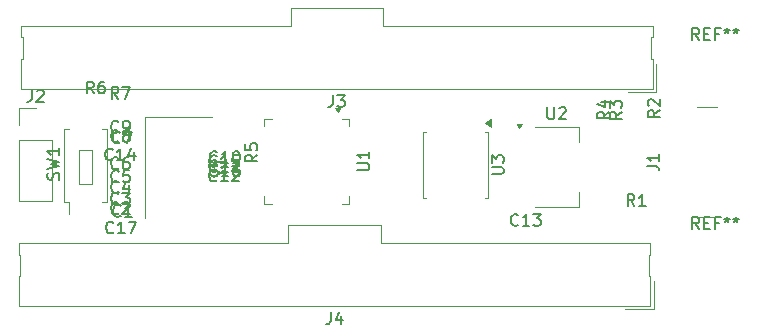
<source format=gbr>
%TF.GenerationSoftware,KiCad,Pcbnew,9.0.6*%
%TF.CreationDate,2025-11-29T13:02:55-06:00*%
%TF.ProjectId,Tony's devboard,546f6e79-2773-4206-9465-76626f617264,rev?*%
%TF.SameCoordinates,Original*%
%TF.FileFunction,Legend,Top*%
%TF.FilePolarity,Positive*%
%FSLAX46Y46*%
G04 Gerber Fmt 4.6, Leading zero omitted, Abs format (unit mm)*
G04 Created by KiCad (PCBNEW 9.0.6) date 2025-11-29 13:02:55*
%MOMM*%
%LPD*%
G01*
G04 APERTURE LIST*
%ADD10C,0.150000*%
%ADD11C,0.120000*%
G04 APERTURE END LIST*
D10*
X107349642Y-43839580D02*
X107302023Y-43887200D01*
X107302023Y-43887200D02*
X107159166Y-43934819D01*
X107159166Y-43934819D02*
X107063928Y-43934819D01*
X107063928Y-43934819D02*
X106921071Y-43887200D01*
X106921071Y-43887200D02*
X106825833Y-43791961D01*
X106825833Y-43791961D02*
X106778214Y-43696723D01*
X106778214Y-43696723D02*
X106730595Y-43506247D01*
X106730595Y-43506247D02*
X106730595Y-43363390D01*
X106730595Y-43363390D02*
X106778214Y-43172914D01*
X106778214Y-43172914D02*
X106825833Y-43077676D01*
X106825833Y-43077676D02*
X106921071Y-42982438D01*
X106921071Y-42982438D02*
X107063928Y-42934819D01*
X107063928Y-42934819D02*
X107159166Y-42934819D01*
X107159166Y-42934819D02*
X107302023Y-42982438D01*
X107302023Y-42982438D02*
X107349642Y-43030057D01*
X108302023Y-43934819D02*
X107730595Y-43934819D01*
X108016309Y-43934819D02*
X108016309Y-42934819D01*
X108016309Y-42934819D02*
X107921071Y-43077676D01*
X107921071Y-43077676D02*
X107825833Y-43172914D01*
X107825833Y-43172914D02*
X107730595Y-43220533D01*
X108921071Y-42934819D02*
X109016309Y-42934819D01*
X109016309Y-42934819D02*
X109111547Y-42982438D01*
X109111547Y-42982438D02*
X109159166Y-43030057D01*
X109159166Y-43030057D02*
X109206785Y-43125295D01*
X109206785Y-43125295D02*
X109254404Y-43315771D01*
X109254404Y-43315771D02*
X109254404Y-43553866D01*
X109254404Y-43553866D02*
X109206785Y-43744342D01*
X109206785Y-43744342D02*
X109159166Y-43839580D01*
X109159166Y-43839580D02*
X109111547Y-43887200D01*
X109111547Y-43887200D02*
X109016309Y-43934819D01*
X109016309Y-43934819D02*
X108921071Y-43934819D01*
X108921071Y-43934819D02*
X108825833Y-43887200D01*
X108825833Y-43887200D02*
X108778214Y-43839580D01*
X108778214Y-43839580D02*
X108730595Y-43744342D01*
X108730595Y-43744342D02*
X108682976Y-43553866D01*
X108682976Y-43553866D02*
X108682976Y-43315771D01*
X108682976Y-43315771D02*
X108730595Y-43125295D01*
X108730595Y-43125295D02*
X108778214Y-43030057D01*
X108778214Y-43030057D02*
X108825833Y-42982438D01*
X108825833Y-42982438D02*
X108921071Y-42934819D01*
X98988333Y-41289580D02*
X98940714Y-41337200D01*
X98940714Y-41337200D02*
X98797857Y-41384819D01*
X98797857Y-41384819D02*
X98702619Y-41384819D01*
X98702619Y-41384819D02*
X98559762Y-41337200D01*
X98559762Y-41337200D02*
X98464524Y-41241961D01*
X98464524Y-41241961D02*
X98416905Y-41146723D01*
X98416905Y-41146723D02*
X98369286Y-40956247D01*
X98369286Y-40956247D02*
X98369286Y-40813390D01*
X98369286Y-40813390D02*
X98416905Y-40622914D01*
X98416905Y-40622914D02*
X98464524Y-40527676D01*
X98464524Y-40527676D02*
X98559762Y-40432438D01*
X98559762Y-40432438D02*
X98702619Y-40384819D01*
X98702619Y-40384819D02*
X98797857Y-40384819D01*
X98797857Y-40384819D02*
X98940714Y-40432438D01*
X98940714Y-40432438D02*
X98988333Y-40480057D01*
X99464524Y-41384819D02*
X99655000Y-41384819D01*
X99655000Y-41384819D02*
X99750238Y-41337200D01*
X99750238Y-41337200D02*
X99797857Y-41289580D01*
X99797857Y-41289580D02*
X99893095Y-41146723D01*
X99893095Y-41146723D02*
X99940714Y-40956247D01*
X99940714Y-40956247D02*
X99940714Y-40575295D01*
X99940714Y-40575295D02*
X99893095Y-40480057D01*
X99893095Y-40480057D02*
X99845476Y-40432438D01*
X99845476Y-40432438D02*
X99750238Y-40384819D01*
X99750238Y-40384819D02*
X99559762Y-40384819D01*
X99559762Y-40384819D02*
X99464524Y-40432438D01*
X99464524Y-40432438D02*
X99416905Y-40480057D01*
X99416905Y-40480057D02*
X99369286Y-40575295D01*
X99369286Y-40575295D02*
X99369286Y-40813390D01*
X99369286Y-40813390D02*
X99416905Y-40908628D01*
X99416905Y-40908628D02*
X99464524Y-40956247D01*
X99464524Y-40956247D02*
X99559762Y-41003866D01*
X99559762Y-41003866D02*
X99750238Y-41003866D01*
X99750238Y-41003866D02*
X99845476Y-40956247D01*
X99845476Y-40956247D02*
X99893095Y-40908628D01*
X99893095Y-40908628D02*
X99940714Y-40813390D01*
X116966666Y-56594819D02*
X116966666Y-57309104D01*
X116966666Y-57309104D02*
X116919047Y-57451961D01*
X116919047Y-57451961D02*
X116823809Y-57547200D01*
X116823809Y-57547200D02*
X116680952Y-57594819D01*
X116680952Y-57594819D02*
X116585714Y-57594819D01*
X117871428Y-56928152D02*
X117871428Y-57594819D01*
X117633333Y-56547200D02*
X117395238Y-57261485D01*
X117395238Y-57261485D02*
X118014285Y-57261485D01*
X98507142Y-43629580D02*
X98459523Y-43677200D01*
X98459523Y-43677200D02*
X98316666Y-43724819D01*
X98316666Y-43724819D02*
X98221428Y-43724819D01*
X98221428Y-43724819D02*
X98078571Y-43677200D01*
X98078571Y-43677200D02*
X97983333Y-43581961D01*
X97983333Y-43581961D02*
X97935714Y-43486723D01*
X97935714Y-43486723D02*
X97888095Y-43296247D01*
X97888095Y-43296247D02*
X97888095Y-43153390D01*
X97888095Y-43153390D02*
X97935714Y-42962914D01*
X97935714Y-42962914D02*
X97983333Y-42867676D01*
X97983333Y-42867676D02*
X98078571Y-42772438D01*
X98078571Y-42772438D02*
X98221428Y-42724819D01*
X98221428Y-42724819D02*
X98316666Y-42724819D01*
X98316666Y-42724819D02*
X98459523Y-42772438D01*
X98459523Y-42772438D02*
X98507142Y-42820057D01*
X99459523Y-43724819D02*
X98888095Y-43724819D01*
X99173809Y-43724819D02*
X99173809Y-42724819D01*
X99173809Y-42724819D02*
X99078571Y-42867676D01*
X99078571Y-42867676D02*
X98983333Y-42962914D01*
X98983333Y-42962914D02*
X98888095Y-43010533D01*
X100316666Y-43058152D02*
X100316666Y-43724819D01*
X100078571Y-42677200D02*
X99840476Y-43391485D01*
X99840476Y-43391485D02*
X100459523Y-43391485D01*
X107319642Y-44189580D02*
X107272023Y-44237200D01*
X107272023Y-44237200D02*
X107129166Y-44284819D01*
X107129166Y-44284819D02*
X107033928Y-44284819D01*
X107033928Y-44284819D02*
X106891071Y-44237200D01*
X106891071Y-44237200D02*
X106795833Y-44141961D01*
X106795833Y-44141961D02*
X106748214Y-44046723D01*
X106748214Y-44046723D02*
X106700595Y-43856247D01*
X106700595Y-43856247D02*
X106700595Y-43713390D01*
X106700595Y-43713390D02*
X106748214Y-43522914D01*
X106748214Y-43522914D02*
X106795833Y-43427676D01*
X106795833Y-43427676D02*
X106891071Y-43332438D01*
X106891071Y-43332438D02*
X107033928Y-43284819D01*
X107033928Y-43284819D02*
X107129166Y-43284819D01*
X107129166Y-43284819D02*
X107272023Y-43332438D01*
X107272023Y-43332438D02*
X107319642Y-43380057D01*
X108272023Y-44284819D02*
X107700595Y-44284819D01*
X107986309Y-44284819D02*
X107986309Y-43284819D01*
X107986309Y-43284819D02*
X107891071Y-43427676D01*
X107891071Y-43427676D02*
X107795833Y-43522914D01*
X107795833Y-43522914D02*
X107700595Y-43570533D01*
X109176785Y-43284819D02*
X108700595Y-43284819D01*
X108700595Y-43284819D02*
X108652976Y-43761009D01*
X108652976Y-43761009D02*
X108700595Y-43713390D01*
X108700595Y-43713390D02*
X108795833Y-43665771D01*
X108795833Y-43665771D02*
X109033928Y-43665771D01*
X109033928Y-43665771D02*
X109129166Y-43713390D01*
X109129166Y-43713390D02*
X109176785Y-43761009D01*
X109176785Y-43761009D02*
X109224404Y-43856247D01*
X109224404Y-43856247D02*
X109224404Y-44094342D01*
X109224404Y-44094342D02*
X109176785Y-44189580D01*
X109176785Y-44189580D02*
X109129166Y-44237200D01*
X109129166Y-44237200D02*
X109033928Y-44284819D01*
X109033928Y-44284819D02*
X108795833Y-44284819D01*
X108795833Y-44284819D02*
X108700595Y-44237200D01*
X108700595Y-44237200D02*
X108652976Y-44189580D01*
X135318095Y-39234819D02*
X135318095Y-40044342D01*
X135318095Y-40044342D02*
X135365714Y-40139580D01*
X135365714Y-40139580D02*
X135413333Y-40187200D01*
X135413333Y-40187200D02*
X135508571Y-40234819D01*
X135508571Y-40234819D02*
X135699047Y-40234819D01*
X135699047Y-40234819D02*
X135794285Y-40187200D01*
X135794285Y-40187200D02*
X135841904Y-40139580D01*
X135841904Y-40139580D02*
X135889523Y-40044342D01*
X135889523Y-40044342D02*
X135889523Y-39234819D01*
X136318095Y-39330057D02*
X136365714Y-39282438D01*
X136365714Y-39282438D02*
X136460952Y-39234819D01*
X136460952Y-39234819D02*
X136699047Y-39234819D01*
X136699047Y-39234819D02*
X136794285Y-39282438D01*
X136794285Y-39282438D02*
X136841904Y-39330057D01*
X136841904Y-39330057D02*
X136889523Y-39425295D01*
X136889523Y-39425295D02*
X136889523Y-39520533D01*
X136889523Y-39520533D02*
X136841904Y-39663390D01*
X136841904Y-39663390D02*
X136270476Y-40234819D01*
X136270476Y-40234819D02*
X136889523Y-40234819D01*
X107307142Y-45419580D02*
X107259523Y-45467200D01*
X107259523Y-45467200D02*
X107116666Y-45514819D01*
X107116666Y-45514819D02*
X107021428Y-45514819D01*
X107021428Y-45514819D02*
X106878571Y-45467200D01*
X106878571Y-45467200D02*
X106783333Y-45371961D01*
X106783333Y-45371961D02*
X106735714Y-45276723D01*
X106735714Y-45276723D02*
X106688095Y-45086247D01*
X106688095Y-45086247D02*
X106688095Y-44943390D01*
X106688095Y-44943390D02*
X106735714Y-44752914D01*
X106735714Y-44752914D02*
X106783333Y-44657676D01*
X106783333Y-44657676D02*
X106878571Y-44562438D01*
X106878571Y-44562438D02*
X107021428Y-44514819D01*
X107021428Y-44514819D02*
X107116666Y-44514819D01*
X107116666Y-44514819D02*
X107259523Y-44562438D01*
X107259523Y-44562438D02*
X107307142Y-44610057D01*
X108259523Y-45514819D02*
X107688095Y-45514819D01*
X107973809Y-45514819D02*
X107973809Y-44514819D01*
X107973809Y-44514819D02*
X107878571Y-44657676D01*
X107878571Y-44657676D02*
X107783333Y-44752914D01*
X107783333Y-44752914D02*
X107688095Y-44800533D01*
X108640476Y-44610057D02*
X108688095Y-44562438D01*
X108688095Y-44562438D02*
X108783333Y-44514819D01*
X108783333Y-44514819D02*
X109021428Y-44514819D01*
X109021428Y-44514819D02*
X109116666Y-44562438D01*
X109116666Y-44562438D02*
X109164285Y-44610057D01*
X109164285Y-44610057D02*
X109211904Y-44705295D01*
X109211904Y-44705295D02*
X109211904Y-44800533D01*
X109211904Y-44800533D02*
X109164285Y-44943390D01*
X109164285Y-44943390D02*
X108592857Y-45514819D01*
X108592857Y-45514819D02*
X109211904Y-45514819D01*
X117156666Y-38204819D02*
X117156666Y-38919104D01*
X117156666Y-38919104D02*
X117109047Y-39061961D01*
X117109047Y-39061961D02*
X117013809Y-39157200D01*
X117013809Y-39157200D02*
X116870952Y-39204819D01*
X116870952Y-39204819D02*
X116775714Y-39204819D01*
X117537619Y-38204819D02*
X118156666Y-38204819D01*
X118156666Y-38204819D02*
X117823333Y-38585771D01*
X117823333Y-38585771D02*
X117966190Y-38585771D01*
X117966190Y-38585771D02*
X118061428Y-38633390D01*
X118061428Y-38633390D02*
X118109047Y-38681009D01*
X118109047Y-38681009D02*
X118156666Y-38776247D01*
X118156666Y-38776247D02*
X118156666Y-39014342D01*
X118156666Y-39014342D02*
X118109047Y-39109580D01*
X118109047Y-39109580D02*
X118061428Y-39157200D01*
X118061428Y-39157200D02*
X117966190Y-39204819D01*
X117966190Y-39204819D02*
X117680476Y-39204819D01*
X117680476Y-39204819D02*
X117585238Y-39157200D01*
X117585238Y-39157200D02*
X117537619Y-39109580D01*
X141604819Y-39619166D02*
X141128628Y-39952499D01*
X141604819Y-40190594D02*
X140604819Y-40190594D01*
X140604819Y-40190594D02*
X140604819Y-39809642D01*
X140604819Y-39809642D02*
X140652438Y-39714404D01*
X140652438Y-39714404D02*
X140700057Y-39666785D01*
X140700057Y-39666785D02*
X140795295Y-39619166D01*
X140795295Y-39619166D02*
X140938152Y-39619166D01*
X140938152Y-39619166D02*
X141033390Y-39666785D01*
X141033390Y-39666785D02*
X141081009Y-39714404D01*
X141081009Y-39714404D02*
X141128628Y-39809642D01*
X141128628Y-39809642D02*
X141128628Y-40190594D01*
X140604819Y-39285832D02*
X140604819Y-38666785D01*
X140604819Y-38666785D02*
X140985771Y-39000118D01*
X140985771Y-39000118D02*
X140985771Y-38857261D01*
X140985771Y-38857261D02*
X141033390Y-38762023D01*
X141033390Y-38762023D02*
X141081009Y-38714404D01*
X141081009Y-38714404D02*
X141176247Y-38666785D01*
X141176247Y-38666785D02*
X141414342Y-38666785D01*
X141414342Y-38666785D02*
X141509580Y-38714404D01*
X141509580Y-38714404D02*
X141557200Y-38762023D01*
X141557200Y-38762023D02*
X141604819Y-38857261D01*
X141604819Y-38857261D02*
X141604819Y-39142975D01*
X141604819Y-39142975D02*
X141557200Y-39238213D01*
X141557200Y-39238213D02*
X141509580Y-39285832D01*
X132834642Y-49169580D02*
X132787023Y-49217200D01*
X132787023Y-49217200D02*
X132644166Y-49264819D01*
X132644166Y-49264819D02*
X132548928Y-49264819D01*
X132548928Y-49264819D02*
X132406071Y-49217200D01*
X132406071Y-49217200D02*
X132310833Y-49121961D01*
X132310833Y-49121961D02*
X132263214Y-49026723D01*
X132263214Y-49026723D02*
X132215595Y-48836247D01*
X132215595Y-48836247D02*
X132215595Y-48693390D01*
X132215595Y-48693390D02*
X132263214Y-48502914D01*
X132263214Y-48502914D02*
X132310833Y-48407676D01*
X132310833Y-48407676D02*
X132406071Y-48312438D01*
X132406071Y-48312438D02*
X132548928Y-48264819D01*
X132548928Y-48264819D02*
X132644166Y-48264819D01*
X132644166Y-48264819D02*
X132787023Y-48312438D01*
X132787023Y-48312438D02*
X132834642Y-48360057D01*
X133787023Y-49264819D02*
X133215595Y-49264819D01*
X133501309Y-49264819D02*
X133501309Y-48264819D01*
X133501309Y-48264819D02*
X133406071Y-48407676D01*
X133406071Y-48407676D02*
X133310833Y-48502914D01*
X133310833Y-48502914D02*
X133215595Y-48550533D01*
X134120357Y-48264819D02*
X134739404Y-48264819D01*
X134739404Y-48264819D02*
X134406071Y-48645771D01*
X134406071Y-48645771D02*
X134548928Y-48645771D01*
X134548928Y-48645771D02*
X134644166Y-48693390D01*
X134644166Y-48693390D02*
X134691785Y-48741009D01*
X134691785Y-48741009D02*
X134739404Y-48836247D01*
X134739404Y-48836247D02*
X134739404Y-49074342D01*
X134739404Y-49074342D02*
X134691785Y-49169580D01*
X134691785Y-49169580D02*
X134644166Y-49217200D01*
X134644166Y-49217200D02*
X134548928Y-49264819D01*
X134548928Y-49264819D02*
X134263214Y-49264819D01*
X134263214Y-49264819D02*
X134167976Y-49217200D01*
X134167976Y-49217200D02*
X134120357Y-49169580D01*
X98988333Y-47359580D02*
X98940714Y-47407200D01*
X98940714Y-47407200D02*
X98797857Y-47454819D01*
X98797857Y-47454819D02*
X98702619Y-47454819D01*
X98702619Y-47454819D02*
X98559762Y-47407200D01*
X98559762Y-47407200D02*
X98464524Y-47311961D01*
X98464524Y-47311961D02*
X98416905Y-47216723D01*
X98416905Y-47216723D02*
X98369286Y-47026247D01*
X98369286Y-47026247D02*
X98369286Y-46883390D01*
X98369286Y-46883390D02*
X98416905Y-46692914D01*
X98416905Y-46692914D02*
X98464524Y-46597676D01*
X98464524Y-46597676D02*
X98559762Y-46502438D01*
X98559762Y-46502438D02*
X98702619Y-46454819D01*
X98702619Y-46454819D02*
X98797857Y-46454819D01*
X98797857Y-46454819D02*
X98940714Y-46502438D01*
X98940714Y-46502438D02*
X98988333Y-46550057D01*
X99321667Y-46454819D02*
X99940714Y-46454819D01*
X99940714Y-46454819D02*
X99607381Y-46835771D01*
X99607381Y-46835771D02*
X99750238Y-46835771D01*
X99750238Y-46835771D02*
X99845476Y-46883390D01*
X99845476Y-46883390D02*
X99893095Y-46931009D01*
X99893095Y-46931009D02*
X99940714Y-47026247D01*
X99940714Y-47026247D02*
X99940714Y-47264342D01*
X99940714Y-47264342D02*
X99893095Y-47359580D01*
X99893095Y-47359580D02*
X99845476Y-47407200D01*
X99845476Y-47407200D02*
X99750238Y-47454819D01*
X99750238Y-47454819D02*
X99464524Y-47454819D01*
X99464524Y-47454819D02*
X99369286Y-47407200D01*
X99369286Y-47407200D02*
X99321667Y-47359580D01*
X143774819Y-44203333D02*
X144489104Y-44203333D01*
X144489104Y-44203333D02*
X144631961Y-44250952D01*
X144631961Y-44250952D02*
X144727200Y-44346190D01*
X144727200Y-44346190D02*
X144774819Y-44489047D01*
X144774819Y-44489047D02*
X144774819Y-44584285D01*
X144774819Y-43203333D02*
X144774819Y-43774761D01*
X144774819Y-43489047D02*
X143774819Y-43489047D01*
X143774819Y-43489047D02*
X143917676Y-43584285D01*
X143917676Y-43584285D02*
X144012914Y-43679523D01*
X144012914Y-43679523D02*
X144060533Y-43774761D01*
X98995833Y-38504819D02*
X98662500Y-38028628D01*
X98424405Y-38504819D02*
X98424405Y-37504819D01*
X98424405Y-37504819D02*
X98805357Y-37504819D01*
X98805357Y-37504819D02*
X98900595Y-37552438D01*
X98900595Y-37552438D02*
X98948214Y-37600057D01*
X98948214Y-37600057D02*
X98995833Y-37695295D01*
X98995833Y-37695295D02*
X98995833Y-37838152D01*
X98995833Y-37838152D02*
X98948214Y-37933390D01*
X98948214Y-37933390D02*
X98900595Y-37981009D01*
X98900595Y-37981009D02*
X98805357Y-38028628D01*
X98805357Y-38028628D02*
X98424405Y-38028628D01*
X99329167Y-37504819D02*
X99995833Y-37504819D01*
X99995833Y-37504819D02*
X99567262Y-38504819D01*
X91666666Y-37784819D02*
X91666666Y-38499104D01*
X91666666Y-38499104D02*
X91619047Y-38641961D01*
X91619047Y-38641961D02*
X91523809Y-38737200D01*
X91523809Y-38737200D02*
X91380952Y-38784819D01*
X91380952Y-38784819D02*
X91285714Y-38784819D01*
X92095238Y-37880057D02*
X92142857Y-37832438D01*
X92142857Y-37832438D02*
X92238095Y-37784819D01*
X92238095Y-37784819D02*
X92476190Y-37784819D01*
X92476190Y-37784819D02*
X92571428Y-37832438D01*
X92571428Y-37832438D02*
X92619047Y-37880057D01*
X92619047Y-37880057D02*
X92666666Y-37975295D01*
X92666666Y-37975295D02*
X92666666Y-38070533D01*
X92666666Y-38070533D02*
X92619047Y-38213390D01*
X92619047Y-38213390D02*
X92047619Y-38784819D01*
X92047619Y-38784819D02*
X92666666Y-38784819D01*
X96905833Y-38054819D02*
X96572500Y-37578628D01*
X96334405Y-38054819D02*
X96334405Y-37054819D01*
X96334405Y-37054819D02*
X96715357Y-37054819D01*
X96715357Y-37054819D02*
X96810595Y-37102438D01*
X96810595Y-37102438D02*
X96858214Y-37150057D01*
X96858214Y-37150057D02*
X96905833Y-37245295D01*
X96905833Y-37245295D02*
X96905833Y-37388152D01*
X96905833Y-37388152D02*
X96858214Y-37483390D01*
X96858214Y-37483390D02*
X96810595Y-37531009D01*
X96810595Y-37531009D02*
X96715357Y-37578628D01*
X96715357Y-37578628D02*
X96334405Y-37578628D01*
X97762976Y-37054819D02*
X97572500Y-37054819D01*
X97572500Y-37054819D02*
X97477262Y-37102438D01*
X97477262Y-37102438D02*
X97429643Y-37150057D01*
X97429643Y-37150057D02*
X97334405Y-37292914D01*
X97334405Y-37292914D02*
X97286786Y-37483390D01*
X97286786Y-37483390D02*
X97286786Y-37864342D01*
X97286786Y-37864342D02*
X97334405Y-37959580D01*
X97334405Y-37959580D02*
X97382024Y-38007200D01*
X97382024Y-38007200D02*
X97477262Y-38054819D01*
X97477262Y-38054819D02*
X97667738Y-38054819D01*
X97667738Y-38054819D02*
X97762976Y-38007200D01*
X97762976Y-38007200D02*
X97810595Y-37959580D01*
X97810595Y-37959580D02*
X97858214Y-37864342D01*
X97858214Y-37864342D02*
X97858214Y-37626247D01*
X97858214Y-37626247D02*
X97810595Y-37531009D01*
X97810595Y-37531009D02*
X97762976Y-37483390D01*
X97762976Y-37483390D02*
X97667738Y-37435771D01*
X97667738Y-37435771D02*
X97477262Y-37435771D01*
X97477262Y-37435771D02*
X97382024Y-37483390D01*
X97382024Y-37483390D02*
X97334405Y-37531009D01*
X97334405Y-37531009D02*
X97286786Y-37626247D01*
X148166666Y-49524819D02*
X147833333Y-49048628D01*
X147595238Y-49524819D02*
X147595238Y-48524819D01*
X147595238Y-48524819D02*
X147976190Y-48524819D01*
X147976190Y-48524819D02*
X148071428Y-48572438D01*
X148071428Y-48572438D02*
X148119047Y-48620057D01*
X148119047Y-48620057D02*
X148166666Y-48715295D01*
X148166666Y-48715295D02*
X148166666Y-48858152D01*
X148166666Y-48858152D02*
X148119047Y-48953390D01*
X148119047Y-48953390D02*
X148071428Y-49001009D01*
X148071428Y-49001009D02*
X147976190Y-49048628D01*
X147976190Y-49048628D02*
X147595238Y-49048628D01*
X148595238Y-49001009D02*
X148928571Y-49001009D01*
X149071428Y-49524819D02*
X148595238Y-49524819D01*
X148595238Y-49524819D02*
X148595238Y-48524819D01*
X148595238Y-48524819D02*
X149071428Y-48524819D01*
X149833333Y-49001009D02*
X149500000Y-49001009D01*
X149500000Y-49524819D02*
X149500000Y-48524819D01*
X149500000Y-48524819D02*
X149976190Y-48524819D01*
X150500000Y-48524819D02*
X150500000Y-48762914D01*
X150261905Y-48667676D02*
X150500000Y-48762914D01*
X150500000Y-48762914D02*
X150738095Y-48667676D01*
X150357143Y-48953390D02*
X150500000Y-48762914D01*
X150500000Y-48762914D02*
X150642857Y-48953390D01*
X151261905Y-48524819D02*
X151261905Y-48762914D01*
X151023810Y-48667676D02*
X151261905Y-48762914D01*
X151261905Y-48762914D02*
X151500000Y-48667676D01*
X151119048Y-48953390D02*
X151261905Y-48762914D01*
X151261905Y-48762914D02*
X151404762Y-48953390D01*
X99008333Y-46389580D02*
X98960714Y-46437200D01*
X98960714Y-46437200D02*
X98817857Y-46484819D01*
X98817857Y-46484819D02*
X98722619Y-46484819D01*
X98722619Y-46484819D02*
X98579762Y-46437200D01*
X98579762Y-46437200D02*
X98484524Y-46341961D01*
X98484524Y-46341961D02*
X98436905Y-46246723D01*
X98436905Y-46246723D02*
X98389286Y-46056247D01*
X98389286Y-46056247D02*
X98389286Y-45913390D01*
X98389286Y-45913390D02*
X98436905Y-45722914D01*
X98436905Y-45722914D02*
X98484524Y-45627676D01*
X98484524Y-45627676D02*
X98579762Y-45532438D01*
X98579762Y-45532438D02*
X98722619Y-45484819D01*
X98722619Y-45484819D02*
X98817857Y-45484819D01*
X98817857Y-45484819D02*
X98960714Y-45532438D01*
X98960714Y-45532438D02*
X99008333Y-45580057D01*
X99865476Y-45818152D02*
X99865476Y-46484819D01*
X99627381Y-45437200D02*
X99389286Y-46151485D01*
X99389286Y-46151485D02*
X100008333Y-46151485D01*
X93927200Y-45353332D02*
X93974819Y-45210475D01*
X93974819Y-45210475D02*
X93974819Y-44972380D01*
X93974819Y-44972380D02*
X93927200Y-44877142D01*
X93927200Y-44877142D02*
X93879580Y-44829523D01*
X93879580Y-44829523D02*
X93784342Y-44781904D01*
X93784342Y-44781904D02*
X93689104Y-44781904D01*
X93689104Y-44781904D02*
X93593866Y-44829523D01*
X93593866Y-44829523D02*
X93546247Y-44877142D01*
X93546247Y-44877142D02*
X93498628Y-44972380D01*
X93498628Y-44972380D02*
X93451009Y-45162856D01*
X93451009Y-45162856D02*
X93403390Y-45258094D01*
X93403390Y-45258094D02*
X93355771Y-45305713D01*
X93355771Y-45305713D02*
X93260533Y-45353332D01*
X93260533Y-45353332D02*
X93165295Y-45353332D01*
X93165295Y-45353332D02*
X93070057Y-45305713D01*
X93070057Y-45305713D02*
X93022438Y-45258094D01*
X93022438Y-45258094D02*
X92974819Y-45162856D01*
X92974819Y-45162856D02*
X92974819Y-44924761D01*
X92974819Y-44924761D02*
X93022438Y-44781904D01*
X92974819Y-44448570D02*
X93974819Y-44210475D01*
X93974819Y-44210475D02*
X93260533Y-44019999D01*
X93260533Y-44019999D02*
X93974819Y-43829523D01*
X93974819Y-43829523D02*
X92974819Y-43591428D01*
X93974819Y-42686666D02*
X93974819Y-43258094D01*
X93974819Y-42972380D02*
X92974819Y-42972380D01*
X92974819Y-42972380D02*
X93117676Y-43067618D01*
X93117676Y-43067618D02*
X93212914Y-43162856D01*
X93212914Y-43162856D02*
X93260533Y-43258094D01*
X98998333Y-42079580D02*
X98950714Y-42127200D01*
X98950714Y-42127200D02*
X98807857Y-42174819D01*
X98807857Y-42174819D02*
X98712619Y-42174819D01*
X98712619Y-42174819D02*
X98569762Y-42127200D01*
X98569762Y-42127200D02*
X98474524Y-42031961D01*
X98474524Y-42031961D02*
X98426905Y-41936723D01*
X98426905Y-41936723D02*
X98379286Y-41746247D01*
X98379286Y-41746247D02*
X98379286Y-41603390D01*
X98379286Y-41603390D02*
X98426905Y-41412914D01*
X98426905Y-41412914D02*
X98474524Y-41317676D01*
X98474524Y-41317676D02*
X98569762Y-41222438D01*
X98569762Y-41222438D02*
X98712619Y-41174819D01*
X98712619Y-41174819D02*
X98807857Y-41174819D01*
X98807857Y-41174819D02*
X98950714Y-41222438D01*
X98950714Y-41222438D02*
X98998333Y-41270057D01*
X99569762Y-41603390D02*
X99474524Y-41555771D01*
X99474524Y-41555771D02*
X99426905Y-41508152D01*
X99426905Y-41508152D02*
X99379286Y-41412914D01*
X99379286Y-41412914D02*
X99379286Y-41365295D01*
X99379286Y-41365295D02*
X99426905Y-41270057D01*
X99426905Y-41270057D02*
X99474524Y-41222438D01*
X99474524Y-41222438D02*
X99569762Y-41174819D01*
X99569762Y-41174819D02*
X99760238Y-41174819D01*
X99760238Y-41174819D02*
X99855476Y-41222438D01*
X99855476Y-41222438D02*
X99903095Y-41270057D01*
X99903095Y-41270057D02*
X99950714Y-41365295D01*
X99950714Y-41365295D02*
X99950714Y-41412914D01*
X99950714Y-41412914D02*
X99903095Y-41508152D01*
X99903095Y-41508152D02*
X99855476Y-41555771D01*
X99855476Y-41555771D02*
X99760238Y-41603390D01*
X99760238Y-41603390D02*
X99569762Y-41603390D01*
X99569762Y-41603390D02*
X99474524Y-41651009D01*
X99474524Y-41651009D02*
X99426905Y-41698628D01*
X99426905Y-41698628D02*
X99379286Y-41793866D01*
X99379286Y-41793866D02*
X99379286Y-41984342D01*
X99379286Y-41984342D02*
X99426905Y-42079580D01*
X99426905Y-42079580D02*
X99474524Y-42127200D01*
X99474524Y-42127200D02*
X99569762Y-42174819D01*
X99569762Y-42174819D02*
X99760238Y-42174819D01*
X99760238Y-42174819D02*
X99855476Y-42127200D01*
X99855476Y-42127200D02*
X99903095Y-42079580D01*
X99903095Y-42079580D02*
X99950714Y-41984342D01*
X99950714Y-41984342D02*
X99950714Y-41793866D01*
X99950714Y-41793866D02*
X99903095Y-41698628D01*
X99903095Y-41698628D02*
X99855476Y-41651009D01*
X99855476Y-41651009D02*
X99760238Y-41603390D01*
X99013333Y-45479580D02*
X98965714Y-45527200D01*
X98965714Y-45527200D02*
X98822857Y-45574819D01*
X98822857Y-45574819D02*
X98727619Y-45574819D01*
X98727619Y-45574819D02*
X98584762Y-45527200D01*
X98584762Y-45527200D02*
X98489524Y-45431961D01*
X98489524Y-45431961D02*
X98441905Y-45336723D01*
X98441905Y-45336723D02*
X98394286Y-45146247D01*
X98394286Y-45146247D02*
X98394286Y-45003390D01*
X98394286Y-45003390D02*
X98441905Y-44812914D01*
X98441905Y-44812914D02*
X98489524Y-44717676D01*
X98489524Y-44717676D02*
X98584762Y-44622438D01*
X98584762Y-44622438D02*
X98727619Y-44574819D01*
X98727619Y-44574819D02*
X98822857Y-44574819D01*
X98822857Y-44574819D02*
X98965714Y-44622438D01*
X98965714Y-44622438D02*
X99013333Y-44670057D01*
X99918095Y-44574819D02*
X99441905Y-44574819D01*
X99441905Y-44574819D02*
X99394286Y-45051009D01*
X99394286Y-45051009D02*
X99441905Y-45003390D01*
X99441905Y-45003390D02*
X99537143Y-44955771D01*
X99537143Y-44955771D02*
X99775238Y-44955771D01*
X99775238Y-44955771D02*
X99870476Y-45003390D01*
X99870476Y-45003390D02*
X99918095Y-45051009D01*
X99918095Y-45051009D02*
X99965714Y-45146247D01*
X99965714Y-45146247D02*
X99965714Y-45384342D01*
X99965714Y-45384342D02*
X99918095Y-45479580D01*
X99918095Y-45479580D02*
X99870476Y-45527200D01*
X99870476Y-45527200D02*
X99775238Y-45574819D01*
X99775238Y-45574819D02*
X99537143Y-45574819D01*
X99537143Y-45574819D02*
X99441905Y-45527200D01*
X99441905Y-45527200D02*
X99394286Y-45479580D01*
X119234819Y-44561904D02*
X120044342Y-44561904D01*
X120044342Y-44561904D02*
X120139580Y-44514285D01*
X120139580Y-44514285D02*
X120187200Y-44466666D01*
X120187200Y-44466666D02*
X120234819Y-44371428D01*
X120234819Y-44371428D02*
X120234819Y-44180952D01*
X120234819Y-44180952D02*
X120187200Y-44085714D01*
X120187200Y-44085714D02*
X120139580Y-44038095D01*
X120139580Y-44038095D02*
X120044342Y-43990476D01*
X120044342Y-43990476D02*
X119234819Y-43990476D01*
X120234819Y-42990476D02*
X120234819Y-43561904D01*
X120234819Y-43276190D02*
X119234819Y-43276190D01*
X119234819Y-43276190D02*
X119377676Y-43371428D01*
X119377676Y-43371428D02*
X119472914Y-43466666D01*
X119472914Y-43466666D02*
X119520533Y-43561904D01*
X144814819Y-39489166D02*
X144338628Y-39822499D01*
X144814819Y-40060594D02*
X143814819Y-40060594D01*
X143814819Y-40060594D02*
X143814819Y-39679642D01*
X143814819Y-39679642D02*
X143862438Y-39584404D01*
X143862438Y-39584404D02*
X143910057Y-39536785D01*
X143910057Y-39536785D02*
X144005295Y-39489166D01*
X144005295Y-39489166D02*
X144148152Y-39489166D01*
X144148152Y-39489166D02*
X144243390Y-39536785D01*
X144243390Y-39536785D02*
X144291009Y-39584404D01*
X144291009Y-39584404D02*
X144338628Y-39679642D01*
X144338628Y-39679642D02*
X144338628Y-40060594D01*
X143910057Y-39108213D02*
X143862438Y-39060594D01*
X143862438Y-39060594D02*
X143814819Y-38965356D01*
X143814819Y-38965356D02*
X143814819Y-38727261D01*
X143814819Y-38727261D02*
X143862438Y-38632023D01*
X143862438Y-38632023D02*
X143910057Y-38584404D01*
X143910057Y-38584404D02*
X144005295Y-38536785D01*
X144005295Y-38536785D02*
X144100533Y-38536785D01*
X144100533Y-38536785D02*
X144243390Y-38584404D01*
X144243390Y-38584404D02*
X144814819Y-39155832D01*
X144814819Y-39155832D02*
X144814819Y-38536785D01*
X107608628Y-44796190D02*
X108084819Y-44796190D01*
X107084819Y-45129523D02*
X107608628Y-44796190D01*
X107608628Y-44796190D02*
X107084819Y-44462857D01*
X108084819Y-43605714D02*
X108084819Y-44177142D01*
X108084819Y-43891428D02*
X107084819Y-43891428D01*
X107084819Y-43891428D02*
X107227676Y-43986666D01*
X107227676Y-43986666D02*
X107322914Y-44081904D01*
X107322914Y-44081904D02*
X107370533Y-44177142D01*
X148166666Y-33544819D02*
X147833333Y-33068628D01*
X147595238Y-33544819D02*
X147595238Y-32544819D01*
X147595238Y-32544819D02*
X147976190Y-32544819D01*
X147976190Y-32544819D02*
X148071428Y-32592438D01*
X148071428Y-32592438D02*
X148119047Y-32640057D01*
X148119047Y-32640057D02*
X148166666Y-32735295D01*
X148166666Y-32735295D02*
X148166666Y-32878152D01*
X148166666Y-32878152D02*
X148119047Y-32973390D01*
X148119047Y-32973390D02*
X148071428Y-33021009D01*
X148071428Y-33021009D02*
X147976190Y-33068628D01*
X147976190Y-33068628D02*
X147595238Y-33068628D01*
X148595238Y-33021009D02*
X148928571Y-33021009D01*
X149071428Y-33544819D02*
X148595238Y-33544819D01*
X148595238Y-33544819D02*
X148595238Y-32544819D01*
X148595238Y-32544819D02*
X149071428Y-32544819D01*
X149833333Y-33021009D02*
X149500000Y-33021009D01*
X149500000Y-33544819D02*
X149500000Y-32544819D01*
X149500000Y-32544819D02*
X149976190Y-32544819D01*
X150500000Y-32544819D02*
X150500000Y-32782914D01*
X150261905Y-32687676D02*
X150500000Y-32782914D01*
X150500000Y-32782914D02*
X150738095Y-32687676D01*
X150357143Y-32973390D02*
X150500000Y-32782914D01*
X150500000Y-32782914D02*
X150642857Y-32973390D01*
X151261905Y-32544819D02*
X151261905Y-32782914D01*
X151023810Y-32687676D02*
X151261905Y-32782914D01*
X151261905Y-32782914D02*
X151500000Y-32687676D01*
X151119048Y-32973390D02*
X151261905Y-32782914D01*
X151261905Y-32782914D02*
X151404762Y-32973390D01*
X99178333Y-48399580D02*
X99130714Y-48447200D01*
X99130714Y-48447200D02*
X98987857Y-48494819D01*
X98987857Y-48494819D02*
X98892619Y-48494819D01*
X98892619Y-48494819D02*
X98749762Y-48447200D01*
X98749762Y-48447200D02*
X98654524Y-48351961D01*
X98654524Y-48351961D02*
X98606905Y-48256723D01*
X98606905Y-48256723D02*
X98559286Y-48066247D01*
X98559286Y-48066247D02*
X98559286Y-47923390D01*
X98559286Y-47923390D02*
X98606905Y-47732914D01*
X98606905Y-47732914D02*
X98654524Y-47637676D01*
X98654524Y-47637676D02*
X98749762Y-47542438D01*
X98749762Y-47542438D02*
X98892619Y-47494819D01*
X98892619Y-47494819D02*
X98987857Y-47494819D01*
X98987857Y-47494819D02*
X99130714Y-47542438D01*
X99130714Y-47542438D02*
X99178333Y-47590057D01*
X100130714Y-48494819D02*
X99559286Y-48494819D01*
X99845000Y-48494819D02*
X99845000Y-47494819D01*
X99845000Y-47494819D02*
X99749762Y-47637676D01*
X99749762Y-47637676D02*
X99654524Y-47732914D01*
X99654524Y-47732914D02*
X99559286Y-47780533D01*
X98988333Y-44379580D02*
X98940714Y-44427200D01*
X98940714Y-44427200D02*
X98797857Y-44474819D01*
X98797857Y-44474819D02*
X98702619Y-44474819D01*
X98702619Y-44474819D02*
X98559762Y-44427200D01*
X98559762Y-44427200D02*
X98464524Y-44331961D01*
X98464524Y-44331961D02*
X98416905Y-44236723D01*
X98416905Y-44236723D02*
X98369286Y-44046247D01*
X98369286Y-44046247D02*
X98369286Y-43903390D01*
X98369286Y-43903390D02*
X98416905Y-43712914D01*
X98416905Y-43712914D02*
X98464524Y-43617676D01*
X98464524Y-43617676D02*
X98559762Y-43522438D01*
X98559762Y-43522438D02*
X98702619Y-43474819D01*
X98702619Y-43474819D02*
X98797857Y-43474819D01*
X98797857Y-43474819D02*
X98940714Y-43522438D01*
X98940714Y-43522438D02*
X98988333Y-43570057D01*
X99845476Y-43474819D02*
X99655000Y-43474819D01*
X99655000Y-43474819D02*
X99559762Y-43522438D01*
X99559762Y-43522438D02*
X99512143Y-43570057D01*
X99512143Y-43570057D02*
X99416905Y-43712914D01*
X99416905Y-43712914D02*
X99369286Y-43903390D01*
X99369286Y-43903390D02*
X99369286Y-44284342D01*
X99369286Y-44284342D02*
X99416905Y-44379580D01*
X99416905Y-44379580D02*
X99464524Y-44427200D01*
X99464524Y-44427200D02*
X99559762Y-44474819D01*
X99559762Y-44474819D02*
X99750238Y-44474819D01*
X99750238Y-44474819D02*
X99845476Y-44427200D01*
X99845476Y-44427200D02*
X99893095Y-44379580D01*
X99893095Y-44379580D02*
X99940714Y-44284342D01*
X99940714Y-44284342D02*
X99940714Y-44046247D01*
X99940714Y-44046247D02*
X99893095Y-43951009D01*
X99893095Y-43951009D02*
X99845476Y-43903390D01*
X99845476Y-43903390D02*
X99750238Y-43855771D01*
X99750238Y-43855771D02*
X99559762Y-43855771D01*
X99559762Y-43855771D02*
X99464524Y-43903390D01*
X99464524Y-43903390D02*
X99416905Y-43951009D01*
X99416905Y-43951009D02*
X99369286Y-44046247D01*
X98567142Y-49809580D02*
X98519523Y-49857200D01*
X98519523Y-49857200D02*
X98376666Y-49904819D01*
X98376666Y-49904819D02*
X98281428Y-49904819D01*
X98281428Y-49904819D02*
X98138571Y-49857200D01*
X98138571Y-49857200D02*
X98043333Y-49761961D01*
X98043333Y-49761961D02*
X97995714Y-49666723D01*
X97995714Y-49666723D02*
X97948095Y-49476247D01*
X97948095Y-49476247D02*
X97948095Y-49333390D01*
X97948095Y-49333390D02*
X97995714Y-49142914D01*
X97995714Y-49142914D02*
X98043333Y-49047676D01*
X98043333Y-49047676D02*
X98138571Y-48952438D01*
X98138571Y-48952438D02*
X98281428Y-48904819D01*
X98281428Y-48904819D02*
X98376666Y-48904819D01*
X98376666Y-48904819D02*
X98519523Y-48952438D01*
X98519523Y-48952438D02*
X98567142Y-49000057D01*
X99519523Y-49904819D02*
X98948095Y-49904819D01*
X99233809Y-49904819D02*
X99233809Y-48904819D01*
X99233809Y-48904819D02*
X99138571Y-49047676D01*
X99138571Y-49047676D02*
X99043333Y-49142914D01*
X99043333Y-49142914D02*
X98948095Y-49190533D01*
X99852857Y-48904819D02*
X100519523Y-48904819D01*
X100519523Y-48904819D02*
X100090952Y-49904819D01*
X142690833Y-47594819D02*
X142357500Y-47118628D01*
X142119405Y-47594819D02*
X142119405Y-46594819D01*
X142119405Y-46594819D02*
X142500357Y-46594819D01*
X142500357Y-46594819D02*
X142595595Y-46642438D01*
X142595595Y-46642438D02*
X142643214Y-46690057D01*
X142643214Y-46690057D02*
X142690833Y-46785295D01*
X142690833Y-46785295D02*
X142690833Y-46928152D01*
X142690833Y-46928152D02*
X142643214Y-47023390D01*
X142643214Y-47023390D02*
X142595595Y-47071009D01*
X142595595Y-47071009D02*
X142500357Y-47118628D01*
X142500357Y-47118628D02*
X142119405Y-47118628D01*
X143643214Y-47594819D02*
X143071786Y-47594819D01*
X143357500Y-47594819D02*
X143357500Y-46594819D01*
X143357500Y-46594819D02*
X143262262Y-46737676D01*
X143262262Y-46737676D02*
X143167024Y-46832914D01*
X143167024Y-46832914D02*
X143071786Y-46880533D01*
X107364642Y-44989580D02*
X107317023Y-45037200D01*
X107317023Y-45037200D02*
X107174166Y-45084819D01*
X107174166Y-45084819D02*
X107078928Y-45084819D01*
X107078928Y-45084819D02*
X106936071Y-45037200D01*
X106936071Y-45037200D02*
X106840833Y-44941961D01*
X106840833Y-44941961D02*
X106793214Y-44846723D01*
X106793214Y-44846723D02*
X106745595Y-44656247D01*
X106745595Y-44656247D02*
X106745595Y-44513390D01*
X106745595Y-44513390D02*
X106793214Y-44322914D01*
X106793214Y-44322914D02*
X106840833Y-44227676D01*
X106840833Y-44227676D02*
X106936071Y-44132438D01*
X106936071Y-44132438D02*
X107078928Y-44084819D01*
X107078928Y-44084819D02*
X107174166Y-44084819D01*
X107174166Y-44084819D02*
X107317023Y-44132438D01*
X107317023Y-44132438D02*
X107364642Y-44180057D01*
X108317023Y-45084819D02*
X107745595Y-45084819D01*
X108031309Y-45084819D02*
X108031309Y-44084819D01*
X108031309Y-44084819D02*
X107936071Y-44227676D01*
X107936071Y-44227676D02*
X107840833Y-44322914D01*
X107840833Y-44322914D02*
X107745595Y-44370533D01*
X109174166Y-44084819D02*
X108983690Y-44084819D01*
X108983690Y-44084819D02*
X108888452Y-44132438D01*
X108888452Y-44132438D02*
X108840833Y-44180057D01*
X108840833Y-44180057D02*
X108745595Y-44322914D01*
X108745595Y-44322914D02*
X108697976Y-44513390D01*
X108697976Y-44513390D02*
X108697976Y-44894342D01*
X108697976Y-44894342D02*
X108745595Y-44989580D01*
X108745595Y-44989580D02*
X108793214Y-45037200D01*
X108793214Y-45037200D02*
X108888452Y-45084819D01*
X108888452Y-45084819D02*
X109078928Y-45084819D01*
X109078928Y-45084819D02*
X109174166Y-45037200D01*
X109174166Y-45037200D02*
X109221785Y-44989580D01*
X109221785Y-44989580D02*
X109269404Y-44894342D01*
X109269404Y-44894342D02*
X109269404Y-44656247D01*
X109269404Y-44656247D02*
X109221785Y-44561009D01*
X109221785Y-44561009D02*
X109174166Y-44513390D01*
X109174166Y-44513390D02*
X109078928Y-44465771D01*
X109078928Y-44465771D02*
X108888452Y-44465771D01*
X108888452Y-44465771D02*
X108793214Y-44513390D01*
X108793214Y-44513390D02*
X108745595Y-44561009D01*
X108745595Y-44561009D02*
X108697976Y-44656247D01*
X98995833Y-48189580D02*
X98948214Y-48237200D01*
X98948214Y-48237200D02*
X98805357Y-48284819D01*
X98805357Y-48284819D02*
X98710119Y-48284819D01*
X98710119Y-48284819D02*
X98567262Y-48237200D01*
X98567262Y-48237200D02*
X98472024Y-48141961D01*
X98472024Y-48141961D02*
X98424405Y-48046723D01*
X98424405Y-48046723D02*
X98376786Y-47856247D01*
X98376786Y-47856247D02*
X98376786Y-47713390D01*
X98376786Y-47713390D02*
X98424405Y-47522914D01*
X98424405Y-47522914D02*
X98472024Y-47427676D01*
X98472024Y-47427676D02*
X98567262Y-47332438D01*
X98567262Y-47332438D02*
X98710119Y-47284819D01*
X98710119Y-47284819D02*
X98805357Y-47284819D01*
X98805357Y-47284819D02*
X98948214Y-47332438D01*
X98948214Y-47332438D02*
X98995833Y-47380057D01*
X99376786Y-47380057D02*
X99424405Y-47332438D01*
X99424405Y-47332438D02*
X99519643Y-47284819D01*
X99519643Y-47284819D02*
X99757738Y-47284819D01*
X99757738Y-47284819D02*
X99852976Y-47332438D01*
X99852976Y-47332438D02*
X99900595Y-47380057D01*
X99900595Y-47380057D02*
X99948214Y-47475295D01*
X99948214Y-47475295D02*
X99948214Y-47570533D01*
X99948214Y-47570533D02*
X99900595Y-47713390D01*
X99900595Y-47713390D02*
X99329167Y-48284819D01*
X99329167Y-48284819D02*
X99948214Y-48284819D01*
X107324642Y-44609580D02*
X107277023Y-44657200D01*
X107277023Y-44657200D02*
X107134166Y-44704819D01*
X107134166Y-44704819D02*
X107038928Y-44704819D01*
X107038928Y-44704819D02*
X106896071Y-44657200D01*
X106896071Y-44657200D02*
X106800833Y-44561961D01*
X106800833Y-44561961D02*
X106753214Y-44466723D01*
X106753214Y-44466723D02*
X106705595Y-44276247D01*
X106705595Y-44276247D02*
X106705595Y-44133390D01*
X106705595Y-44133390D02*
X106753214Y-43942914D01*
X106753214Y-43942914D02*
X106800833Y-43847676D01*
X106800833Y-43847676D02*
X106896071Y-43752438D01*
X106896071Y-43752438D02*
X107038928Y-43704819D01*
X107038928Y-43704819D02*
X107134166Y-43704819D01*
X107134166Y-43704819D02*
X107277023Y-43752438D01*
X107277023Y-43752438D02*
X107324642Y-43800057D01*
X108277023Y-44704819D02*
X107705595Y-44704819D01*
X107991309Y-44704819D02*
X107991309Y-43704819D01*
X107991309Y-43704819D02*
X107896071Y-43847676D01*
X107896071Y-43847676D02*
X107800833Y-43942914D01*
X107800833Y-43942914D02*
X107705595Y-43990533D01*
X109229404Y-44704819D02*
X108657976Y-44704819D01*
X108943690Y-44704819D02*
X108943690Y-43704819D01*
X108943690Y-43704819D02*
X108848452Y-43847676D01*
X108848452Y-43847676D02*
X108753214Y-43942914D01*
X108753214Y-43942914D02*
X108657976Y-43990533D01*
X99123333Y-42199580D02*
X99075714Y-42247200D01*
X99075714Y-42247200D02*
X98932857Y-42294819D01*
X98932857Y-42294819D02*
X98837619Y-42294819D01*
X98837619Y-42294819D02*
X98694762Y-42247200D01*
X98694762Y-42247200D02*
X98599524Y-42151961D01*
X98599524Y-42151961D02*
X98551905Y-42056723D01*
X98551905Y-42056723D02*
X98504286Y-41866247D01*
X98504286Y-41866247D02*
X98504286Y-41723390D01*
X98504286Y-41723390D02*
X98551905Y-41532914D01*
X98551905Y-41532914D02*
X98599524Y-41437676D01*
X98599524Y-41437676D02*
X98694762Y-41342438D01*
X98694762Y-41342438D02*
X98837619Y-41294819D01*
X98837619Y-41294819D02*
X98932857Y-41294819D01*
X98932857Y-41294819D02*
X99075714Y-41342438D01*
X99075714Y-41342438D02*
X99123333Y-41390057D01*
X99456667Y-41294819D02*
X100123333Y-41294819D01*
X100123333Y-41294819D02*
X99694762Y-42294819D01*
X110754819Y-43236666D02*
X110278628Y-43569999D01*
X110754819Y-43808094D02*
X109754819Y-43808094D01*
X109754819Y-43808094D02*
X109754819Y-43427142D01*
X109754819Y-43427142D02*
X109802438Y-43331904D01*
X109802438Y-43331904D02*
X109850057Y-43284285D01*
X109850057Y-43284285D02*
X109945295Y-43236666D01*
X109945295Y-43236666D02*
X110088152Y-43236666D01*
X110088152Y-43236666D02*
X110183390Y-43284285D01*
X110183390Y-43284285D02*
X110231009Y-43331904D01*
X110231009Y-43331904D02*
X110278628Y-43427142D01*
X110278628Y-43427142D02*
X110278628Y-43808094D01*
X109754819Y-42331904D02*
X109754819Y-42808094D01*
X109754819Y-42808094D02*
X110231009Y-42855713D01*
X110231009Y-42855713D02*
X110183390Y-42808094D01*
X110183390Y-42808094D02*
X110135771Y-42712856D01*
X110135771Y-42712856D02*
X110135771Y-42474761D01*
X110135771Y-42474761D02*
X110183390Y-42379523D01*
X110183390Y-42379523D02*
X110231009Y-42331904D01*
X110231009Y-42331904D02*
X110326247Y-42284285D01*
X110326247Y-42284285D02*
X110564342Y-42284285D01*
X110564342Y-42284285D02*
X110659580Y-42331904D01*
X110659580Y-42331904D02*
X110707200Y-42379523D01*
X110707200Y-42379523D02*
X110754819Y-42474761D01*
X110754819Y-42474761D02*
X110754819Y-42712856D01*
X110754819Y-42712856D02*
X110707200Y-42808094D01*
X110707200Y-42808094D02*
X110659580Y-42855713D01*
X130614819Y-44881904D02*
X131424342Y-44881904D01*
X131424342Y-44881904D02*
X131519580Y-44834285D01*
X131519580Y-44834285D02*
X131567200Y-44786666D01*
X131567200Y-44786666D02*
X131614819Y-44691428D01*
X131614819Y-44691428D02*
X131614819Y-44500952D01*
X131614819Y-44500952D02*
X131567200Y-44405714D01*
X131567200Y-44405714D02*
X131519580Y-44358095D01*
X131519580Y-44358095D02*
X131424342Y-44310476D01*
X131424342Y-44310476D02*
X130614819Y-44310476D01*
X130614819Y-43929523D02*
X130614819Y-43310476D01*
X130614819Y-43310476D02*
X130995771Y-43643809D01*
X130995771Y-43643809D02*
X130995771Y-43500952D01*
X130995771Y-43500952D02*
X131043390Y-43405714D01*
X131043390Y-43405714D02*
X131091009Y-43358095D01*
X131091009Y-43358095D02*
X131186247Y-43310476D01*
X131186247Y-43310476D02*
X131424342Y-43310476D01*
X131424342Y-43310476D02*
X131519580Y-43358095D01*
X131519580Y-43358095D02*
X131567200Y-43405714D01*
X131567200Y-43405714D02*
X131614819Y-43500952D01*
X131614819Y-43500952D02*
X131614819Y-43786666D01*
X131614819Y-43786666D02*
X131567200Y-43881904D01*
X131567200Y-43881904D02*
X131519580Y-43929523D01*
X140554819Y-39606666D02*
X140078628Y-39939999D01*
X140554819Y-40178094D02*
X139554819Y-40178094D01*
X139554819Y-40178094D02*
X139554819Y-39797142D01*
X139554819Y-39797142D02*
X139602438Y-39701904D01*
X139602438Y-39701904D02*
X139650057Y-39654285D01*
X139650057Y-39654285D02*
X139745295Y-39606666D01*
X139745295Y-39606666D02*
X139888152Y-39606666D01*
X139888152Y-39606666D02*
X139983390Y-39654285D01*
X139983390Y-39654285D02*
X140031009Y-39701904D01*
X140031009Y-39701904D02*
X140078628Y-39797142D01*
X140078628Y-39797142D02*
X140078628Y-40178094D01*
X139888152Y-38749523D02*
X140554819Y-38749523D01*
X139507200Y-38987618D02*
X140221485Y-39225713D01*
X140221485Y-39225713D02*
X140221485Y-38606666D01*
D11*
%TO.C,J4*%
X90560000Y-50730000D02*
X90560000Y-51710000D01*
X90560000Y-51710000D02*
X90690000Y-51710000D01*
X90560000Y-53520000D02*
X90560000Y-56050000D01*
X90560000Y-56050000D02*
X144040000Y-56050000D01*
X90690000Y-51710000D02*
X90690000Y-53520000D01*
X90690000Y-53520000D02*
X90560000Y-53520000D01*
X113380000Y-49230000D02*
X113380000Y-50730000D01*
X113380000Y-50730000D02*
X90560000Y-50730000D01*
X121220000Y-49230000D02*
X113380000Y-49230000D01*
X121220000Y-50730000D02*
X121220000Y-49230000D01*
X143910000Y-51710000D02*
X144040000Y-51710000D01*
X143910000Y-53520000D02*
X143910000Y-51710000D01*
X144040000Y-50730000D02*
X121220000Y-50730000D01*
X144040000Y-51710000D02*
X144040000Y-50730000D01*
X144040000Y-53520000D02*
X143910000Y-53520000D01*
X144040000Y-56050000D02*
X144040000Y-53520000D01*
X144340000Y-53940000D02*
X144340000Y-56350000D01*
X144340000Y-56350000D02*
X141930000Y-56350000D01*
%TO.C,U2*%
X134230000Y-40870000D02*
X137990000Y-40870000D01*
X134230000Y-47690000D02*
X137990000Y-47690000D01*
X137990000Y-40870000D02*
X137990000Y-42130000D01*
X137990000Y-47690000D02*
X137990000Y-46430000D01*
X132950000Y-40970000D02*
X132710000Y-40640000D01*
X133190000Y-40640000D01*
X132950000Y-40970000D01*
G36*
X132950000Y-40970000D02*
G01*
X132710000Y-40640000D01*
X133190000Y-40640000D01*
X132950000Y-40970000D01*
G37*
%TO.C,J3*%
X90750000Y-32340000D02*
X90750000Y-33320000D01*
X90750000Y-33320000D02*
X90880000Y-33320000D01*
X90750000Y-35130000D02*
X90750000Y-37660000D01*
X90750000Y-37660000D02*
X144230000Y-37660000D01*
X90880000Y-33320000D02*
X90880000Y-35130000D01*
X90880000Y-35130000D02*
X90750000Y-35130000D01*
X113570000Y-30840000D02*
X113570000Y-32340000D01*
X113570000Y-32340000D02*
X90750000Y-32340000D01*
X121410000Y-30840000D02*
X113570000Y-30840000D01*
X121410000Y-32340000D02*
X121410000Y-30840000D01*
X144100000Y-33320000D02*
X144230000Y-33320000D01*
X144100000Y-35130000D02*
X144100000Y-33320000D01*
X144230000Y-32340000D02*
X121410000Y-32340000D01*
X144230000Y-33320000D02*
X144230000Y-32340000D01*
X144230000Y-35130000D02*
X144100000Y-35130000D01*
X144230000Y-37660000D02*
X144230000Y-35130000D01*
X144530000Y-35550000D02*
X144530000Y-37960000D01*
X144530000Y-37960000D02*
X142120000Y-37960000D01*
%TO.C,J1*%
X149720000Y-39200000D02*
X148020000Y-39200000D01*
X149720000Y-48540000D02*
X148020000Y-48540000D01*
%TO.C,J2*%
X90620000Y-39330000D02*
X92000000Y-39330000D01*
X90620000Y-40710000D02*
X90620000Y-39330000D01*
X90620000Y-41980000D02*
X90620000Y-47170000D01*
X90620000Y-41980000D02*
X93380000Y-41980000D01*
X90620000Y-47170000D02*
X93380000Y-47170000D01*
X93380000Y-41980000D02*
X93380000Y-47170000D01*
%TO.C,SW1*%
X94370000Y-41090000D02*
X94370000Y-47290000D01*
X94370000Y-41090000D02*
X94830000Y-41090000D01*
X94370000Y-47290000D02*
X94830000Y-47290000D01*
X94830000Y-47290000D02*
X94830000Y-48290000D01*
X97610000Y-41090000D02*
X98070000Y-41090000D01*
X97610000Y-47290000D02*
X98070000Y-47290000D01*
X98070000Y-47290000D02*
X98070000Y-41090000D01*
X95670000Y-45690000D02*
X96720000Y-45690000D01*
X96720000Y-42840000D01*
X95670000Y-42840000D01*
X95670000Y-45690000D01*
%TO.C,U1*%
X111340000Y-40190000D02*
X111990000Y-40190000D01*
X111340000Y-40840000D02*
X111340000Y-40190000D01*
X111340000Y-47410000D02*
X111340000Y-46760000D01*
X111990000Y-47410000D02*
X111340000Y-47410000D01*
X117910000Y-40190000D02*
X118560000Y-40190000D01*
X118560000Y-40190000D02*
X118560000Y-40840000D01*
X118560000Y-46760000D02*
X118560000Y-47410000D01*
X118560000Y-47410000D02*
X117910000Y-47410000D01*
X117550000Y-39660000D02*
X117310000Y-39330000D01*
X117790000Y-39330000D01*
X117550000Y-39660000D01*
G36*
X117550000Y-39660000D02*
G01*
X117310000Y-39330000D01*
X117790000Y-39330000D01*
X117550000Y-39660000D01*
G37*
%TO.C,Y1*%
X101220000Y-40060000D02*
X101220000Y-48580000D01*
X106940000Y-40060000D02*
X101220000Y-40060000D01*
%TO.C,U3*%
X124800000Y-41360000D02*
X125070000Y-41360000D01*
X124800000Y-46880000D02*
X124800000Y-41360000D01*
X125070000Y-46880000D02*
X124800000Y-46880000D01*
X130050000Y-41360000D02*
X130320000Y-41360000D01*
X130320000Y-41360000D02*
X130320000Y-46880000D01*
X130320000Y-46880000D02*
X130050000Y-46880000D01*
X130530000Y-40870000D02*
X130060000Y-40530000D01*
X130530000Y-40190000D01*
X130530000Y-40870000D01*
G36*
X130530000Y-40870000D02*
G01*
X130060000Y-40530000D01*
X130530000Y-40190000D01*
X130530000Y-40870000D01*
G37*
%TD*%
M02*

</source>
